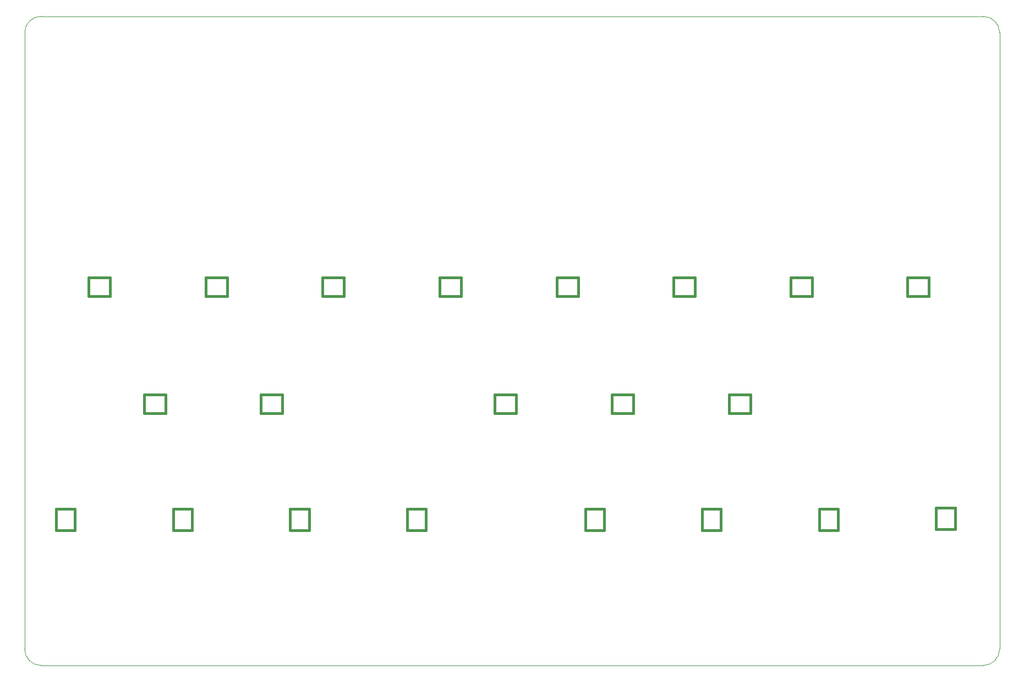
<source format=gbr>
%TF.GenerationSoftware,KiCad,Pcbnew,6.0.9-8da3e8f707~117~ubuntu22.04.1*%
%TF.CreationDate,2022-12-01T14:43:22-05:00*%
%TF.ProjectId,keyboard_matrix,6b657962-6f61-4726-945f-6d6174726978,rev?*%
%TF.SameCoordinates,Original*%
%TF.FileFunction,Profile,NP*%
%FSLAX46Y46*%
G04 Gerber Fmt 4.6, Leading zero omitted, Abs format (unit mm)*
G04 Created by KiCad (PCBNEW 6.0.9-8da3e8f707~117~ubuntu22.04.1) date 2022-12-01 14:43:22*
%MOMM*%
%LPD*%
G01*
G04 APERTURE LIST*
%TA.AperFunction,Profile*%
%ADD10C,0.100000*%
%TD*%
%TA.AperFunction,Profile*%
%ADD11C,0.400000*%
%TD*%
G04 APERTURE END LIST*
D10*
X72500000Y-160000000D02*
X217500000Y-160000000D01*
X217500000Y-60000000D02*
X72500000Y-60000000D01*
X70000000Y-157500000D02*
G75*
G03*
X72500000Y-160000000I2500000J0D01*
G01*
X217500000Y-160000000D02*
G75*
G03*
X220000000Y-157500000I0J2500000D01*
G01*
X72500000Y-60000000D02*
G75*
G03*
X70000000Y-62500000I0J-2500000D01*
G01*
X70000000Y-62500000D02*
X70000000Y-157500000D01*
X220000000Y-157500000D02*
X220000000Y-62500000D01*
X220000000Y-62500000D02*
G75*
G03*
X217500000Y-60000000I-2500000J0D01*
G01*
D11*
%TO.C,SW202*%
X97850000Y-100250000D02*
X101150000Y-100250000D01*
X101150000Y-100250000D02*
X101150000Y-103150000D01*
X101150000Y-103150000D02*
X97850000Y-103150000D01*
X97850000Y-103150000D02*
X97850000Y-100250000D01*
%TO.C,SW208*%
X205850000Y-100250000D02*
X209150000Y-100250000D01*
X209150000Y-100250000D02*
X209150000Y-103150000D01*
X209150000Y-103150000D02*
X205850000Y-103150000D01*
X205850000Y-103150000D02*
X205850000Y-100250000D01*
%TO.C,SW201*%
X79850000Y-100250000D02*
X83150000Y-100250000D01*
X83150000Y-100250000D02*
X83150000Y-103150000D01*
X83150000Y-103150000D02*
X79850000Y-103150000D01*
X79850000Y-103150000D02*
X79850000Y-100250000D01*
%TO.C,SW301*%
X77750000Y-135850000D02*
X74850000Y-135850000D01*
X74850000Y-135850000D02*
X74850000Y-139150000D01*
X74850000Y-139150000D02*
X77750000Y-139150000D01*
X77750000Y-139150000D02*
X77750000Y-135850000D01*
%TO.C,SW307*%
X142350000Y-118250000D02*
X145650000Y-118250000D01*
X145650000Y-118250000D02*
X145650000Y-121150000D01*
X145650000Y-121150000D02*
X142350000Y-121150000D01*
X142350000Y-121150000D02*
X142350000Y-118250000D01*
%TO.C,SW308*%
X156250000Y-139150000D02*
X159150000Y-139150000D01*
X159150000Y-139150000D02*
X159150000Y-135850000D01*
X159150000Y-135850000D02*
X156250000Y-135850000D01*
X156250000Y-135850000D02*
X156250000Y-139150000D01*
%TO.C,SW303*%
X95750000Y-135850000D02*
X92850000Y-135850000D01*
X92850000Y-135850000D02*
X92850000Y-139150000D01*
X92850000Y-139150000D02*
X95750000Y-139150000D01*
X95750000Y-139150000D02*
X95750000Y-135850000D01*
%TO.C,SW312*%
X192250000Y-139150000D02*
X195150000Y-139150000D01*
X195150000Y-139150000D02*
X195150000Y-135850000D01*
X195150000Y-135850000D02*
X192250000Y-135850000D01*
X192250000Y-135850000D02*
X192250000Y-139150000D01*
%TO.C,SW304*%
X106350000Y-118250000D02*
X109650000Y-118250000D01*
X109650000Y-118250000D02*
X109650000Y-121150000D01*
X109650000Y-121150000D02*
X106350000Y-121150000D01*
X106350000Y-121150000D02*
X106350000Y-118250000D01*
%TO.C,SW309*%
X160350000Y-118250000D02*
X163650000Y-118250000D01*
X163650000Y-118250000D02*
X163650000Y-121150000D01*
X163650000Y-121150000D02*
X160350000Y-121150000D01*
X160350000Y-121150000D02*
X160350000Y-118250000D01*
%TO.C,SW302*%
X88350000Y-118250000D02*
X91650000Y-118250000D01*
X91650000Y-118250000D02*
X91650000Y-121150000D01*
X91650000Y-121150000D02*
X88350000Y-121150000D01*
X88350000Y-121150000D02*
X88350000Y-118250000D01*
%TO.C,SW203*%
X115850000Y-100250000D02*
X119150000Y-100250000D01*
X119150000Y-100250000D02*
X119150000Y-103150000D01*
X119150000Y-103150000D02*
X115850000Y-103150000D01*
X115850000Y-103150000D02*
X115850000Y-100250000D01*
%TO.C,SW310*%
X174250000Y-139150000D02*
X177150000Y-139150000D01*
X177150000Y-139150000D02*
X177150000Y-135850000D01*
X177150000Y-135850000D02*
X174250000Y-135850000D01*
X174250000Y-135850000D02*
X174250000Y-139150000D01*
%TO.C,SW306*%
X131750000Y-135850000D02*
X128850000Y-135850000D01*
X128850000Y-135850000D02*
X128850000Y-139150000D01*
X128850000Y-139150000D02*
X131750000Y-139150000D01*
X131750000Y-139150000D02*
X131750000Y-135850000D01*
%TO.C,SW313*%
X210250000Y-139035000D02*
X213150000Y-139035000D01*
X213150000Y-139035000D02*
X213150000Y-135735000D01*
X213150000Y-135735000D02*
X210250000Y-135735000D01*
X210250000Y-135735000D02*
X210250000Y-139035000D01*
%TO.C,SW205*%
X151850000Y-100250000D02*
X155150000Y-100250000D01*
X155150000Y-100250000D02*
X155150000Y-103150000D01*
X155150000Y-103150000D02*
X151850000Y-103150000D01*
X151850000Y-103150000D02*
X151850000Y-100250000D01*
%TO.C,SW311*%
X178350000Y-118250000D02*
X181650000Y-118250000D01*
X181650000Y-118250000D02*
X181650000Y-121150000D01*
X181650000Y-121150000D02*
X178350000Y-121150000D01*
X178350000Y-121150000D02*
X178350000Y-118250000D01*
%TO.C,SW204*%
X133850000Y-100250000D02*
X137150000Y-100250000D01*
X137150000Y-100250000D02*
X137150000Y-103150000D01*
X137150000Y-103150000D02*
X133850000Y-103150000D01*
X133850000Y-103150000D02*
X133850000Y-100250000D01*
%TO.C,SW206*%
X169850000Y-100250000D02*
X173150000Y-100250000D01*
X173150000Y-100250000D02*
X173150000Y-103150000D01*
X173150000Y-103150000D02*
X169850000Y-103150000D01*
X169850000Y-103150000D02*
X169850000Y-100250000D01*
%TO.C,SW305*%
X113750000Y-135850000D02*
X110850000Y-135850000D01*
X110850000Y-135850000D02*
X110850000Y-139150000D01*
X110850000Y-139150000D02*
X113750000Y-139150000D01*
X113750000Y-139150000D02*
X113750000Y-135850000D01*
%TO.C,SW207*%
X187850000Y-100250000D02*
X191150000Y-100250000D01*
X191150000Y-100250000D02*
X191150000Y-103150000D01*
X191150000Y-103150000D02*
X187850000Y-103150000D01*
X187850000Y-103150000D02*
X187850000Y-100250000D01*
%TD*%
M02*

</source>
